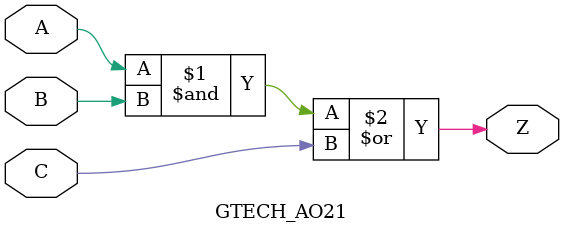
<source format=v>



module GTECH_AO21 (A, B, C, Z);  
	input A, B, C;
	output Z;

	assign Z = (A & B) | C;
endmodule




</source>
